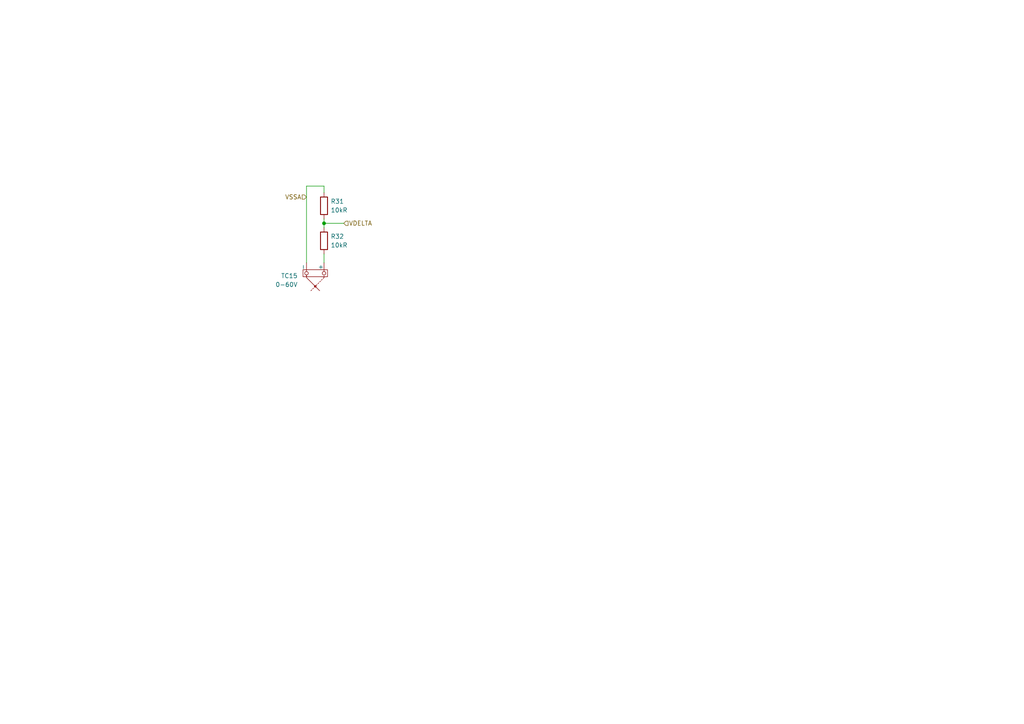
<source format=kicad_sch>
(kicad_sch (version 20231120) (generator "eeschema") (generator_version "8.0")
  (paper "A4")
  (lib_symbols
    (symbol "Device:R" (pin_numbers hide) (pin_names (offset 0))
      (property "Reference" "R" (at 2.032 0 90))
      (property "Value" "R" (at 0 0 90))
      (symbol "R_0_1"
        (rectangle (start -1.016 -2.54) (end 1.016 2.54) (stroke (width 0.254)))
      )
      (symbol "R_1_1"
        (pin passive line (at 0 3.81 270) (length 1.27) (name "~") (number "1"))
        (pin passive line (at 0 -3.81 90) (length 1.27) (name "~") (number "2"))
      )
    )
    (symbol "Device:Thermocouple_Block" (pin_numbers hide) (pin_names (offset 0))
      (property "Reference" "TC" (at -3.048 3.81 0))
      (property "Value" "Thermocouple_Block" (at -5.08 -4.064 0))
      (symbol "Thermocouple_Block_0_1"
        (circle (center -1.778 0) (radius 0.254) (fill (type outline)))
        (polyline (pts (xy -2.794 -1.016) (xy -3.048 -1.27)))
        (polyline (pts (xy -2.286 -0.508) (xy -2.54 -0.762)))
        (polyline (pts (xy -1.778 0) (xy -2.032 -0.254)))
        (polyline (pts (xy -1.27 0.508) (xy -1.524 0.254)))
        (polyline (pts (xy -0.762 1.016) (xy -1.016 0.762)))
        (polyline (pts (xy -0.254 1.524) (xy -0.508 1.27)))
        (polyline (pts (xy 0.254 2.032) (xy 0 1.778)))
        (polyline (pts (xy 0.762 2.54) (xy 0.508 2.286)))
        (polyline (pts (xy 1.27 -2.54) (xy 1.016 -2.54)))
        (polyline (pts (xy 1.27 2.54) (xy 0.762 2.54)))
        (polyline (pts (xy 1.524 -2.54) (xy 0.762 -2.54) (xy -3.048 1.27)))
        (rectangle (start 1.016 3.556) (end 3.048 -3.556))
        (circle (center 2.032 -2.54) (radius 0.508))
        (circle (center 2.032 2.54) (radius 0.508))
      )
      (symbol "Thermocouple_Block_1_1"
        (pin passive line (at 5.08 2.54 180) (length 2.54) (name "+") (number "1"))
        (pin passive line (at 5.08 -2.54 180) (length 2.54) (name "-") (number "2"))
      )
    )
  )
  (junction (at 93.98 64.77))
  (wire (pts (xy 93.98 64.77) (xy 93.98 66.04)))
  (wire (pts (xy 93.98 64.77) (xy 99.695 64.77)))
  (wire (pts (xy 93.98 73.66) (xy 93.98 76.2)))
  (wire (pts (xy 88.9 53.975) (xy 88.9 76.2)))
  (wire (pts (xy 93.98 63.5) (xy 93.98 64.77)))
  (wire (pts (xy 93.98 53.975) (xy 88.9 53.975)))
  (wire (pts (xy 93.98 55.88) (xy 93.98 53.975)))
  (hierarchical_label "VSSA" (shape input) (at 88.9 57.15 180))
  (hierarchical_label "VDELTA" (shape input) (at 99.695 64.77 0))
  (symbol (lib_id "Device:Thermocouple_Block") (at 91.44 81.28 270) (mirror x) (unit 1)
    (property "Reference" "TC1" (at 86.36 80.01 90) (effects (justify right)))
    (property "Value" "0-60V" (at 86.36 82.55 90) (effects (justify right)))
    (property "Footprint" "Connector_PinSocket_2.54mm:PinSocket_1x02_P2.54mm_Vertical" (effects (hide yes)))
    (instances (project "main_board" (path "" (reference "TC15") (unit 1)) (path "" (reference "TC1") (unit 1)) (path "" (reference "TC8") (unit 1)) (path "" (reference "TC4") (unit 1)) (path "" (reference "TC13") (unit 1)) (path "" (reference "TC11") (unit 1)) (path "" (reference "TC9") (unit 1)) (path "" (reference "TC12") (unit 1)) (path "" (reference "TC16") (unit 1)) (path "" (reference "TC14") (unit 1)) (path "" (reference "TC7") (unit 1)) (path "" (reference "TC5") (unit 1)) (path "" (reference "TC10") (unit 1)) (path "" (reference "TC3") (unit 1)) (path "" (reference "TC2") (unit 1)) (path "" (reference "TC6") (unit 1))))
  )
  (symbol (lib_id "Device:R") (at 93.98 69.85 180) (unit 1)
    (property "Reference" "R4" (at 95.885 68.58 0) (effects (justify right)))
    (property "Value" "10kR" (at 95.885 71.12 0) (effects (justify right)))
    (property "Footprint" "Resistor_SMD:R_0805_2012Metric" (effects (hide yes)))
    (instances (project "main_board" (path "" (reference "R32") (unit 1)) (path "" (reference "R4") (unit 1)) (path "" (reference "R18") (unit 1)) (path "" (reference "R10") (unit 1)) (path "" (reference "R28") (unit 1)) (path "" (reference "R24") (unit 1)) (path "" (reference "R20") (unit 1)) (path "" (reference "R26") (unit 1)) (path "" (reference "R34") (unit 1)) (path "" (reference "R30") (unit 1)) (path "" (reference "R16") (unit 1)) (path "" (reference "R12") (unit 1)) (path "" (reference "R22") (unit 1)) (path "" (reference "R8") (unit 1)) (path "" (reference "R6") (unit 1)) (path "" (reference "R14") (unit 1))))
  )
  (symbol (lib_id "Device:R") (at 93.98 59.69 180) (unit 1)
    (property "Reference" "R3" (at 95.885 58.42 0) (effects (justify right)))
    (property "Value" "10kR" (at 95.885 60.96 0) (effects (justify right)))
    (property "Footprint" "Resistor_SMD:R_0805_2012Metric" (effects (hide yes)))
    (instances (project "main_board" (path "" (reference "R31") (unit 1)) (path "" (reference "R3") (unit 1)) (path "" (reference "R17") (unit 1)) (path "" (reference "R9") (unit 1)) (path "" (reference "R27") (unit 1)) (path "" (reference "R23") (unit 1)) (path "" (reference "R19") (unit 1)) (path "" (reference "R25") (unit 1)) (path "" (reference "R33") (unit 1)) (path "" (reference "R29") (unit 1)) (path "" (reference "R15") (unit 1)) (path "" (reference "R11") (unit 1)) (path "" (reference "R21") (unit 1)) (path "" (reference "R7") (unit 1)) (path "" (reference "R5") (unit 1)) (path "" (reference "R13") (unit 1))))
  )
)
</source>
